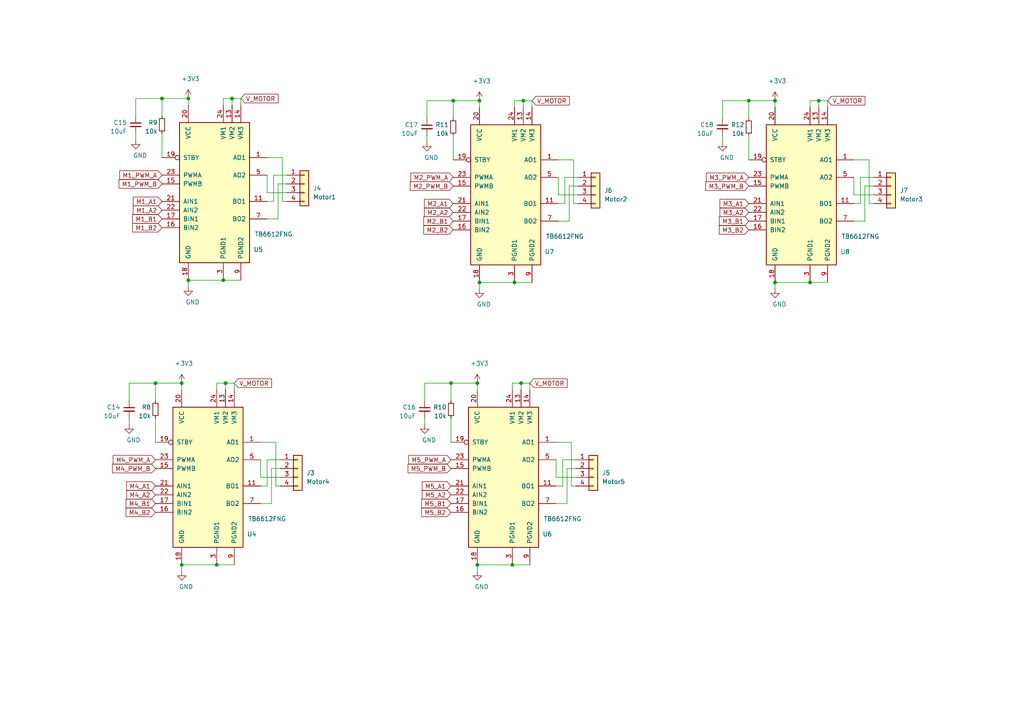
<source format=kicad_sch>
(kicad_sch (version 20210123) (generator eeschema)
  (paper "A4")
  (title_block (title "Bass-Assist Main Board") (date "2021-03-04") (rev "1.1"))
  (lib_symbols
    (symbol "Connector_Generic:Conn_01x04" (pin_names (offset 1.016) hide)
      (property "Reference" "J" (at 0 5.08 0))
      (property "Value" "Conn_01x04" (at 0 -7.62 0))
      (symbol "Conn_01x04_1_1"
        (rectangle (start -1.27 -4.953) (end 0 -5.207) (stroke (width 0.1524)))
        (rectangle (start -1.27 -2.413) (end 0 -2.667) (stroke (width 0.1524)))
        (rectangle (start -1.27 2.667) (end 0 2.413) (stroke (width 0.1524)))
        (rectangle (start -1.27 3.81) (end 1.27 -6.35) (stroke (width 0.254)) (fill (type background)))
        (rectangle (start -1.27 0.127) (end 0 -0.127) (stroke (width 0.1524)))
        (pin passive line (at -5.08 2.54 0) (length 3.81) (name "Pin_1") (number "1"))
        (pin passive line (at -5.08 0 0) (length 3.81) (name "Pin_2") (number "2"))
        (pin passive line (at -5.08 -2.54 0) (length 3.81) (name "Pin_3") (number "3"))
        (pin passive line (at -5.08 -5.08 0) (length 3.81) (name "Pin_4") (number "4"))
      )
    )
    (symbol "Device:C_Small" (pin_numbers hide) (pin_names (offset 0.254) hide)
      (property "Reference" "C" (at 0.254 1.778 0))
      (property "Value" "C_Small" (at 0.254 -2.032 0))
      (symbol "C_Small_0_1"
        (polyline (pts (xy -1.524 -0.508) (xy 1.524 -0.508)) (stroke (width 0.3302)))
        (polyline (pts (xy -1.524 0.508) (xy 1.524 0.508)) (stroke (width 0.3048)))
      )
      (symbol "C_Small_1_1"
        (pin passive line (at 0 2.54 270) (length 2.032) (name "~") (number "1"))
        (pin passive line (at 0 -2.54 90) (length 2.032) (name "~") (number "2"))
      )
    )
    (symbol "Device:R_Small" (pin_numbers hide) (pin_names (offset 0.254) hide)
      (property "Reference" "R" (at 0.762 0.508 0))
      (property "Value" "R_Small" (at 0.762 -1.016 0))
      (symbol "R_Small_0_1"
        (rectangle (start -0.762 1.778) (end 0.762 -1.778) (stroke (width 0.2032)))
      )
      (symbol "R_Small_1_1"
        (pin passive line (at 0 2.54 270) (length 0.762) (name "~") (number "1"))
        (pin passive line (at 0 -2.54 90) (length 0.762) (name "~") (number "2"))
      )
    )
    (symbol "Driver_Motor:TB6612FNG" (pin_names (offset 1.016))
      (property "Reference" "U" (at 11.43 17.78 0))
      (property "Value" "TB6612FNG" (at 11.43 15.24 0))
      (symbol "TB6612FNG_0_1"
        (rectangle (start -10.16 20.32) (end 10.16 -20.32) (stroke (width 0.254)) (fill (type background)))
      )
      (symbol "TB6612FNG_1_1"
        (pin output line (at 15.24 10.16 180) (length 5.08) (name "AO1") (number "1"))
        (pin passive line (at 7.62 -25.4 90) (length 5.08) hide (name "PGND2") (number "10"))
        (pin output line (at 15.24 -2.54 180) (length 5.08) (name "BO1") (number "11"))
        (pin passive line (at 15.24 -2.54 180) (length 5.08) hide (name "BO1") (number "12"))
        (pin power_in line (at 5.08 25.4 270) (length 5.08) (name "VM2") (number "13"))
        (pin power_in line (at 7.62 25.4 270) (length 5.08) (name "VM3") (number "14"))
        (pin input line (at -15.24 2.54 0) (length 5.08) (name "PWMB") (number "15"))
        (pin input line (at -15.24 -10.16 0) (length 5.08) (name "BIN2") (number "16"))
        (pin input line (at -15.24 -7.62 0) (length 5.08) (name "BIN1") (number "17"))
        (pin power_in line (at -7.62 -25.4 90) (length 5.08) (name "GND") (number "18"))
        (pin input inverted (at -15.24 10.16 0) (length 5.08) (name "STBY") (number "19"))
        (pin passive line (at 15.24 10.16 180) (length 5.08) hide (name "AO1") (number "2"))
        (pin power_in line (at -7.62 25.4 270) (length 5.08) (name "VCC") (number "20"))
        (pin input line (at -15.24 -2.54 0) (length 5.08) (name "AIN1") (number "21"))
        (pin input line (at -15.24 -5.08 0) (length 5.08) (name "AIN2") (number "22"))
        (pin input line (at -15.24 5.08 0) (length 5.08) (name "PWMA") (number "23"))
        (pin power_in line (at 2.54 25.4 270) (length 5.08) (name "VM1") (number "24"))
        (pin power_in line (at 2.54 -25.4 90) (length 5.08) (name "PGND1") (number "3"))
        (pin passive line (at 2.54 -25.4 90) (length 5.08) hide (name "PGND1") (number "4"))
        (pin output line (at 15.24 5.08 180) (length 5.08) (name "AO2") (number "5"))
        (pin passive line (at 15.24 5.08 180) (length 5.08) hide (name "AO2") (number "6"))
        (pin output line (at 15.24 -7.62 180) (length 5.08) (name "BO2") (number "7"))
        (pin passive line (at 15.24 -7.62 180) (length 5.08) hide (name "BO2") (number "8"))
        (pin power_in line (at 7.62 -25.4 90) (length 5.08) (name "PGND2") (number "9"))
      )
    )
    (symbol "power:+3.3V" (power) (pin_names (offset 0))
      (property "Value" "+3.3V" (at 0 3.556 0))
      (symbol "+3.3V_0_1"
        (polyline (pts (xy -0.762 1.27) (xy 0 2.54)))
        (polyline (pts (xy 0 0) (xy 0 2.54)))
        (polyline (pts (xy 0 2.54) (xy 0.762 1.27)))
      )
      (symbol "+3.3V_1_1"
        (pin power_in line (at 0 0 90) (length 0) hide (name "+3V3") (number "1"))
      )
    )
    (symbol "power:GND" (power) (pin_names (offset 0))
      (property "Value" "GND" (at 0 -3.81 0))
      (symbol "GND_0_1"
        (polyline (pts (xy 0 0) (xy 0 -1.27) (xy 1.27 -1.27) (xy 0 -2.54) (xy -1.27 -1.27) (xy 0 -1.27)))
      )
      (symbol "GND_1_1"
        (pin power_in line (at 0 0 270) (length 0) hide (name "GND") (number "1"))
      )
    )
  )
  (junction (at 45.085 111.125) (diameter 0.9144))
  (junction (at 46.99 28.575) (diameter 0.9144))
  (junction (at 52.705 111.125) (diameter 0.9144))
  (junction (at 52.705 163.83) (diameter 0.9144))
  (junction (at 54.61 28.575) (diameter 0.9144))
  (junction (at 54.61 81.28) (diameter 0.9144))
  (junction (at 62.865 163.83) (diameter 0.9144))
  (junction (at 64.77 81.28) (diameter 0.9144))
  (junction (at 65.405 111.125) (diameter 0.9144))
  (junction (at 67.31 28.575) (diameter 0.9144))
  (junction (at 130.81 111.125) (diameter 0.9144))
  (junction (at 131.445 29.21) (diameter 0.9144))
  (junction (at 138.43 111.125) (diameter 0.9144))
  (junction (at 138.43 163.83) (diameter 0.9144))
  (junction (at 139.065 29.21) (diameter 0.9144))
  (junction (at 139.065 81.915) (diameter 0.9144))
  (junction (at 148.59 163.83) (diameter 0.9144))
  (junction (at 149.225 81.915) (diameter 0.9144))
  (junction (at 151.13 111.125) (diameter 0.9144))
  (junction (at 151.765 29.21) (diameter 0.9144))
  (junction (at 217.17 29.21) (diameter 0.9144))
  (junction (at 224.79 29.21) (diameter 0.9144))
  (junction (at 224.79 81.915) (diameter 0.9144))
  (junction (at 234.95 81.915) (diameter 0.9144))
  (junction (at 237.49 29.21) (diameter 0.9144))
  (wire (pts (xy 37.465 111.125) (xy 37.465 116.205)))
  (wire (pts (xy 37.465 121.285) (xy 37.465 123.19)))
  (wire (pts (xy 39.37 28.575) (xy 39.37 33.655)))
  (wire (pts (xy 39.37 38.735) (xy 39.37 40.64)))
  (wire (pts (xy 45.085 111.125) (xy 37.465 111.125)))
  (wire (pts (xy 45.085 111.125) (xy 45.085 116.205)))
  (wire (pts (xy 45.085 121.285) (xy 45.085 128.27)))
  (wire (pts (xy 46.99 28.575) (xy 39.37 28.575)))
  (wire (pts (xy 46.99 28.575) (xy 46.99 33.655)))
  (wire (pts (xy 46.99 38.735) (xy 46.99 45.72)))
  (wire (pts (xy 52.705 111.125) (xy 45.085 111.125)))
  (wire (pts (xy 52.705 111.125) (xy 52.705 113.03)))
  (wire (pts (xy 52.705 163.83) (xy 52.705 165.735)))
  (wire (pts (xy 52.705 163.83) (xy 62.865 163.83)))
  (wire (pts (xy 54.61 28.575) (xy 46.99 28.575)))
  (wire (pts (xy 54.61 28.575) (xy 54.61 30.48)))
  (wire (pts (xy 54.61 81.28) (xy 54.61 83.185)))
  (wire (pts (xy 54.61 81.28) (xy 64.77 81.28)))
  (wire (pts (xy 62.865 111.125) (xy 65.405 111.125)))
  (wire (pts (xy 62.865 113.03) (xy 62.865 111.125)))
  (wire (pts (xy 62.865 163.83) (xy 67.945 163.83)))
  (wire (pts (xy 64.77 28.575) (xy 67.31 28.575)))
  (wire (pts (xy 64.77 30.48) (xy 64.77 28.575)))
  (wire (pts (xy 64.77 81.28) (xy 69.85 81.28)))
  (wire (pts (xy 65.405 111.125) (xy 67.945 111.125)))
  (wire (pts (xy 65.405 113.03) (xy 65.405 111.125)))
  (wire (pts (xy 67.31 28.575) (xy 69.85 28.575)))
  (wire (pts (xy 67.31 30.48) (xy 67.31 28.575)))
  (wire (pts (xy 67.945 111.125) (xy 67.945 113.03)))
  (wire (pts (xy 69.85 28.575) (xy 69.85 30.48)))
  (wire (pts (xy 75.565 133.35) (xy 75.565 138.43)))
  (wire (pts (xy 75.565 140.97) (xy 77.47 140.97)))
  (wire (pts (xy 75.565 146.05) (xy 78.74 146.05)))
  (wire (pts (xy 77.47 50.8) (xy 77.47 55.88)))
  (wire (pts (xy 77.47 58.42) (xy 79.375 58.42)))
  (wire (pts (xy 77.47 63.5) (xy 80.645 63.5)))
  (wire (pts (xy 77.47 133.35) (xy 81.28 133.35)))
  (wire (pts (xy 77.47 140.97) (xy 77.47 133.35)))
  (wire (pts (xy 78.74 135.89) (xy 81.28 135.89)))
  (wire (pts (xy 78.74 146.05) (xy 78.74 135.89)))
  (wire (pts (xy 79.375 50.8) (xy 83.185 50.8)))
  (wire (pts (xy 79.375 58.42) (xy 79.375 50.8)))
  (wire (pts (xy 80.01 128.27) (xy 75.565 128.27)))
  (wire (pts (xy 80.01 140.97) (xy 80.01 128.27)))
  (wire (pts (xy 80.645 53.34) (xy 83.185 53.34)))
  (wire (pts (xy 80.645 63.5) (xy 80.645 53.34)))
  (wire (pts (xy 81.28 138.43) (xy 75.565 138.43)))
  (wire (pts (xy 81.28 140.97) (xy 80.01 140.97)))
  (wire (pts (xy 81.915 45.72) (xy 77.47 45.72)))
  (wire (pts (xy 81.915 58.42) (xy 81.915 45.72)))
  (wire (pts (xy 83.185 55.88) (xy 77.47 55.88)))
  (wire (pts (xy 83.185 58.42) (xy 81.915 58.42)))
  (wire (pts (xy 123.19 111.125) (xy 123.19 116.205)))
  (wire (pts (xy 123.19 121.285) (xy 123.19 123.19)))
  (wire (pts (xy 123.825 29.21) (xy 123.825 34.29)))
  (wire (pts (xy 123.825 39.37) (xy 123.825 41.275)))
  (wire (pts (xy 130.81 111.125) (xy 123.19 111.125)))
  (wire (pts (xy 130.81 111.125) (xy 130.81 116.205)))
  (wire (pts (xy 130.81 121.285) (xy 130.81 128.27)))
  (wire (pts (xy 131.445 29.21) (xy 123.825 29.21)))
  (wire (pts (xy 131.445 29.21) (xy 131.445 34.29)))
  (wire (pts (xy 131.445 39.37) (xy 131.445 46.355)))
  (wire (pts (xy 138.43 111.125) (xy 130.81 111.125)))
  (wire (pts (xy 138.43 111.125) (xy 138.43 113.03)))
  (wire (pts (xy 138.43 163.83) (xy 138.43 165.735)))
  (wire (pts (xy 138.43 163.83) (xy 148.59 163.83)))
  (wire (pts (xy 139.065 29.21) (xy 131.445 29.21)))
  (wire (pts (xy 139.065 29.21) (xy 139.065 31.115)))
  (wire (pts (xy 139.065 81.915) (xy 139.065 83.82)))
  (wire (pts (xy 139.065 81.915) (xy 149.225 81.915)))
  (wire (pts (xy 148.59 111.125) (xy 151.13 111.125)))
  (wire (pts (xy 148.59 113.03) (xy 148.59 111.125)))
  (wire (pts (xy 148.59 163.83) (xy 153.67 163.83)))
  (wire (pts (xy 149.225 29.21) (xy 151.765 29.21)))
  (wire (pts (xy 149.225 31.115) (xy 149.225 29.21)))
  (wire (pts (xy 149.225 81.915) (xy 154.305 81.915)))
  (wire (pts (xy 151.13 111.125) (xy 153.67 111.125)))
  (wire (pts (xy 151.13 113.03) (xy 151.13 111.125)))
  (wire (pts (xy 151.765 29.21) (xy 154.305 29.21)))
  (wire (pts (xy 151.765 31.115) (xy 151.765 29.21)))
  (wire (pts (xy 153.67 111.125) (xy 153.67 113.03)))
  (wire (pts (xy 154.305 29.21) (xy 154.305 31.115)))
  (wire (pts (xy 161.29 133.35) (xy 161.29 138.43)))
  (wire (pts (xy 161.29 140.97) (xy 163.195 140.97)))
  (wire (pts (xy 161.29 146.05) (xy 164.465 146.05)))
  (wire (pts (xy 161.925 51.435) (xy 161.925 56.515)))
  (wire (pts (xy 161.925 56.515) (xy 167.64 56.515)))
  (wire (pts (xy 161.925 59.055) (xy 163.83 59.055)))
  (wire (pts (xy 161.925 64.135) (xy 165.1 64.135)))
  (wire (pts (xy 163.195 133.35) (xy 167.005 133.35)))
  (wire (pts (xy 163.195 140.97) (xy 163.195 133.35)))
  (wire (pts (xy 163.83 51.435) (xy 167.64 51.435)))
  (wire (pts (xy 163.83 59.055) (xy 163.83 51.435)))
  (wire (pts (xy 164.465 135.89) (xy 167.005 135.89)))
  (wire (pts (xy 164.465 146.05) (xy 164.465 135.89)))
  (wire (pts (xy 165.1 53.975) (xy 165.1 64.135)))
  (wire (pts (xy 165.1 53.975) (xy 167.64 53.975)))
  (wire (pts (xy 165.735 128.27) (xy 161.29 128.27)))
  (wire (pts (xy 165.735 140.97) (xy 165.735 128.27)))
  (wire (pts (xy 166.37 46.355) (xy 161.925 46.355)))
  (wire (pts (xy 166.37 59.055) (xy 166.37 46.355)))
  (wire (pts (xy 167.005 138.43) (xy 161.29 138.43)))
  (wire (pts (xy 167.005 140.97) (xy 165.735 140.97)))
  (wire (pts (xy 167.64 59.055) (xy 166.37 59.055)))
  (wire (pts (xy 209.55 29.21) (xy 209.55 34.29)))
  (wire (pts (xy 209.55 39.37) (xy 209.55 41.275)))
  (wire (pts (xy 217.17 29.21) (xy 209.55 29.21)))
  (wire (pts (xy 217.17 29.21) (xy 217.17 34.29)))
  (wire (pts (xy 217.17 39.37) (xy 217.17 46.355)))
  (wire (pts (xy 224.79 29.21) (xy 217.17 29.21)))
  (wire (pts (xy 224.79 29.21) (xy 224.79 31.115)))
  (wire (pts (xy 224.79 81.915) (xy 224.79 83.82)))
  (wire (pts (xy 224.79 81.915) (xy 234.95 81.915)))
  (wire (pts (xy 234.95 29.21) (xy 237.49 29.21)))
  (wire (pts (xy 234.95 31.115) (xy 234.95 29.21)))
  (wire (pts (xy 234.95 81.915) (xy 240.03 81.915)))
  (wire (pts (xy 237.49 29.21) (xy 240.03 29.21)))
  (wire (pts (xy 237.49 31.115) (xy 237.49 29.21)))
  (wire (pts (xy 240.03 29.21) (xy 240.03 31.115)))
  (wire (pts (xy 247.65 51.435) (xy 247.65 56.515)))
  (wire (pts (xy 247.65 56.515) (xy 253.365 56.515)))
  (wire (pts (xy 247.65 59.055) (xy 249.555 59.055)))
  (wire (pts (xy 247.65 64.135) (xy 250.825 64.135)))
  (wire (pts (xy 249.555 51.435) (xy 253.365 51.435)))
  (wire (pts (xy 249.555 59.055) (xy 249.555 51.435)))
  (wire (pts (xy 250.825 53.975) (xy 250.825 64.135)))
  (wire (pts (xy 250.825 53.975) (xy 253.365 53.975)))
  (wire (pts (xy 252.095 46.355) (xy 247.65 46.355)))
  (wire (pts (xy 252.095 59.055) (xy 252.095 46.355)))
  (wire (pts (xy 253.365 59.055) (xy 252.095 59.055)))
  (global_label "M4_PWM_A" (shape input) (at 45.085 133.35 180) (property "Intersheet References" "${INTERSHEET_REFS}" (effects hide)))
  (global_label "M4_PWM_B" (shape input) (at 45.085 135.89 180) (property "Intersheet References" "${INTERSHEET_REFS}" (effects hide)))
  (global_label "M4_A1" (shape input) (at 45.085 140.97 180) (property "Intersheet References" "${INTERSHEET_REFS}" (effects hide)))
  (global_label "M4_A2" (shape input) (at 45.085 143.51 180) (property "Intersheet References" "${INTERSHEET_REFS}" (effects hide)))
  (global_label "M4_B1" (shape input) (at 45.085 146.05 180) (property "Intersheet References" "${INTERSHEET_REFS}" (effects hide)))
  (global_label "M4_B2" (shape input) (at 45.085 148.59 180) (property "Intersheet References" "${INTERSHEET_REFS}" (effects hide)))
  (global_label "M1_PWM_A" (shape input) (at 46.99 50.8 180) (property "Intersheet References" "${INTERSHEET_REFS}" (effects hide)))
  (global_label "M1_PWM_B" (shape input) (at 46.99 53.34 180) (property "Intersheet References" "${INTERSHEET_REFS}" (effects hide)))
  (global_label "M1_A1" (shape input) (at 46.99 58.42 180) (property "Intersheet References" "${INTERSHEET_REFS}" (effects hide)))
  (global_label "M1_A2" (shape input) (at 46.99 60.96 180) (property "Intersheet References" "${INTERSHEET_REFS}" (effects hide)))
  (global_label "M1_B1" (shape input) (at 46.99 63.5 180) (property "Intersheet References" "${INTERSHEET_REFS}" (effects hide)))
  (global_label "M1_B2" (shape input) (at 46.99 66.04 180) (property "Intersheet References" "${INTERSHEET_REFS}" (effects hide)))
  (global_label "V_MOTOR" (shape input) (at 67.945 111.125 0) (property "Intersheet References" "${INTERSHEET_REFS}" (effects hide)))
  (global_label "V_MOTOR" (shape input) (at 69.85 28.575 0) (property "Intersheet References" "${INTERSHEET_REFS}" (effects hide)))
  (global_label "M5_PWM_A" (shape input) (at 130.81 133.35 180) (property "Intersheet References" "${INTERSHEET_REFS}" (effects hide)))
  (global_label "M5_PWM_B" (shape input) (at 130.81 135.89 180) (property "Intersheet References" "${INTERSHEET_REFS}" (effects hide)))
  (global_label "M5_A1" (shape input) (at 130.81 140.97 180) (property "Intersheet References" "${INTERSHEET_REFS}" (effects hide)))
  (global_label "M5_A2" (shape input) (at 130.81 143.51 180) (property "Intersheet References" "${INTERSHEET_REFS}" (effects hide)))
  (global_label "M5_B1" (shape input) (at 130.81 146.05 180) (property "Intersheet References" "${INTERSHEET_REFS}" (effects hide)))
  (global_label "M5_B2" (shape input) (at 130.81 148.59 180) (property "Intersheet References" "${INTERSHEET_REFS}" (effects hide)))
  (global_label "M2_PWM_A" (shape input) (at 131.445 51.435 180) (property "Intersheet References" "${INTERSHEET_REFS}" (effects hide)))
  (global_label "M2_PWM_B" (shape input) (at 131.445 53.975 180) (property "Intersheet References" "${INTERSHEET_REFS}" (effects hide)))
  (global_label "M2_A1" (shape input) (at 131.445 59.055 180) (property "Intersheet References" "${INTERSHEET_REFS}" (effects hide)))
  (global_label "M2_A2" (shape input) (at 131.445 61.595 180) (property "Intersheet References" "${INTERSHEET_REFS}" (effects hide)))
  (global_label "M2_B1" (shape input) (at 131.445 64.135 180) (property "Intersheet References" "${INTERSHEET_REFS}" (effects hide)))
  (global_label "M2_B2" (shape input) (at 131.445 66.675 180) (property "Intersheet References" "${INTERSHEET_REFS}" (effects hide)))
  (global_label "V_MOTOR" (shape input) (at 153.67 111.125 0) (property "Intersheet References" "${INTERSHEET_REFS}" (effects hide)))
  (global_label "V_MOTOR" (shape input) (at 154.305 29.21 0) (property "Intersheet References" "${INTERSHEET_REFS}" (effects hide)))
  (global_label "M3_PWM_A" (shape input) (at 217.17 51.435 180) (property "Intersheet References" "${INTERSHEET_REFS}" (effects hide)))
  (global_label "M3_PWM_B" (shape input) (at 217.17 53.975 180) (property "Intersheet References" "${INTERSHEET_REFS}" (effects hide)))
  (global_label "M3_A1" (shape input) (at 217.17 59.055 180) (property "Intersheet References" "${INTERSHEET_REFS}" (effects hide)))
  (global_label "M3_A2" (shape input) (at 217.17 61.595 180) (property "Intersheet References" "${INTERSHEET_REFS}" (effects hide)))
  (global_label "M3_B1" (shape input) (at 217.17 64.135 180) (property "Intersheet References" "${INTERSHEET_REFS}" (effects hide)))
  (global_label "M3_B2" (shape input) (at 217.17 66.675 180) (property "Intersheet References" "${INTERSHEET_REFS}" (effects hide)))
  (global_label "V_MOTOR" (shape input) (at 240.03 29.21 0) (property "Intersheet References" "${INTERSHEET_REFS}" (effects hide)))
  (symbol (lib_id "power:+3.3V") (at 52.705 111.125 0) (unit 1)
    (property "Reference" "#PWR0123" (effects hide))
    (property "Value" "+3.3V" (at 53.34 105.41 0))
  )
  (symbol (lib_id "power:+3.3V") (at 54.61 28.575 0) (unit 1)
    (property "Reference" "#PWR0119" (effects hide))
    (property "Value" "+3.3V" (at 55.245 22.86 0))
  )
  (symbol (lib_id "power:+3.3V") (at 138.43 111.125 0) (unit 1)
    (property "Reference" "#PWR0126" (effects hide))
    (property "Value" "+3.3V" (at 139.065 105.41 0))
  )
  (symbol (lib_id "power:+3.3V") (at 139.065 29.21 0) (unit 1)
    (property "Reference" "#PWR0120" (effects hide))
    (property "Value" "+3.3V" (at 139.7 23.495 0))
  )
  (symbol (lib_id "power:+3.3V") (at 224.79 29.21 0) (unit 1)
    (property "Reference" "#PWR0117" (effects hide))
    (property "Value" "+3.3V" (at 225.425 23.495 0))
  )
  (symbol (lib_id "power:GND") (at 37.465 123.19 0) (unit 1)
    (property "Reference" "#PWR0127" (effects hide))
    (property "Value" "GND" (at 38.735 127.635 0))
  )
  (symbol (lib_id "power:GND") (at 39.37 40.64 0) (unit 1)
    (property "Reference" "#PWR0118" (effects hide))
    (property "Value" "GND" (at 40.64 45.085 0))
  )
  (symbol (lib_id "power:GND") (at 52.705 165.735 0) (unit 1)
    (property "Reference" "#PWR0128" (effects hide))
    (property "Value" "GND" (at 53.975 170.18 0))
  )
  (symbol (lib_id "power:GND") (at 54.61 83.185 0) (unit 1)
    (property "Reference" "#PWR0122" (effects hide))
    (property "Value" "GND" (at 55.88 87.63 0))
  )
  (symbol (lib_id "power:GND") (at 123.19 123.19 0) (unit 1)
    (property "Reference" "#PWR0129" (effects hide))
    (property "Value" "GND" (at 124.46 127.635 0))
  )
  (symbol (lib_id "power:GND") (at 123.825 41.275 0) (unit 1)
    (property "Reference" "#PWR0121" (effects hide))
    (property "Value" "GND" (at 125.095 45.72 0))
  )
  (symbol (lib_id "power:GND") (at 138.43 165.735 0) (unit 1)
    (property "Reference" "#PWR0130" (effects hide))
    (property "Value" "GND" (at 139.7 170.18 0))
  )
  (symbol (lib_id "power:GND") (at 139.065 83.82 0) (unit 1)
    (property "Reference" "#PWR0125" (effects hide))
    (property "Value" "GND" (at 140.335 88.265 0))
  )
  (symbol (lib_id "power:GND") (at 209.55 41.275 0) (unit 1)
    (property "Reference" "#PWR0116" (effects hide))
    (property "Value" "GND" (at 210.82 45.72 0))
  )
  (symbol (lib_id "power:GND") (at 224.79 83.82 0) (unit 1)
    (property "Reference" "#PWR0124" (effects hide))
    (property "Value" "GND" (at 226.06 88.265 0))
  )
  (symbol (lib_id "Device:R_Small") (at 45.085 118.745 0) (mirror y) (unit 1)
    (property "Reference" "R8" (at 43.815 118.11 0) (effects (justify left)))
    (property "Value" "10k" (at 43.815 120.65 0) (effects (justify left)))
    (property "Footprint" "Resistor_SMD:R_0402_1005Metric_Pad0.72x0.64mm_HandSolder" (effects hide))
  )
  (symbol (lib_id "Device:R_Small") (at 46.99 36.195 0) (mirror y) (unit 1)
    (property "Reference" "R9" (at 45.72 35.56 0) (effects (justify left)))
    (property "Value" "10k" (at 45.72 38.1 0) (effects (justify left)))
    (property "Footprint" "Resistor_SMD:R_0402_1005Metric_Pad0.72x0.64mm_HandSolder" (effects hide))
  )
  (symbol (lib_id "Device:R_Small") (at 130.81 118.745 0) (mirror y) (unit 1)
    (property "Reference" "R10" (at 129.54 118.11 0) (effects (justify left)))
    (property "Value" "10k" (at 129.54 120.65 0) (effects (justify left)))
    (property "Footprint" "Resistor_SMD:R_0402_1005Metric_Pad0.72x0.64mm_HandSolder" (effects hide))
  )
  (symbol (lib_id "Device:R_Small") (at 131.445 36.83 0) (mirror y) (unit 1)
    (property "Reference" "R11" (at 130.175 36.195 0) (effects (justify left)))
    (property "Value" "10k" (at 130.175 38.735 0) (effects (justify left)))
    (property "Footprint" "Resistor_SMD:R_0402_1005Metric_Pad0.72x0.64mm_HandSolder" (effects hide))
  )
  (symbol (lib_id "Device:R_Small") (at 217.17 36.83 0) (mirror y) (unit 1)
    (property "Reference" "R12" (at 215.9 36.195 0) (effects (justify left)))
    (property "Value" "10k" (at 215.9 38.735 0) (effects (justify left)))
    (property "Footprint" "Resistor_SMD:R_0402_1005Metric_Pad0.72x0.64mm_HandSolder" (effects hide))
  )
  (symbol (lib_id "Device:C_Small") (at 37.465 118.745 0) (mirror y) (unit 1)
    (property "Reference" "C14" (at 34.925 118.11 0) (effects (justify left)))
    (property "Value" "10uF" (at 34.925 120.65 0) (effects (justify left)))
    (property "Footprint" "Capacitor_SMD:C_0402_1005Metric_Pad0.74x0.62mm_HandSolder" (effects hide))
  )
  (symbol (lib_id "Device:C_Small") (at 39.37 36.195 0) (mirror y) (unit 1)
    (property "Reference" "C15" (at 36.83 35.56 0) (effects (justify left)))
    (property "Value" "10uF" (at 36.83 38.1 0) (effects (justify left)))
    (property "Footprint" "Capacitor_SMD:C_0402_1005Metric_Pad0.74x0.62mm_HandSolder" (effects hide))
  )
  (symbol (lib_id "Device:C_Small") (at 123.19 118.745 0) (mirror y) (unit 1)
    (property "Reference" "C16" (at 120.65 118.11 0) (effects (justify left)))
    (property "Value" "10uF" (at 120.65 120.65 0) (effects (justify left)))
    (property "Footprint" "Capacitor_SMD:C_0402_1005Metric_Pad0.74x0.62mm_HandSolder" (effects hide))
  )
  (symbol (lib_id "Device:C_Small") (at 123.825 36.83 0) (mirror y) (unit 1)
    (property "Reference" "C17" (at 121.285 36.195 0) (effects (justify left)))
    (property "Value" "10uF" (at 121.285 38.735 0) (effects (justify left)))
    (property "Footprint" "Capacitor_SMD:C_0402_1005Metric_Pad0.74x0.62mm_HandSolder" (effects hide))
  )
  (symbol (lib_id "Device:C_Small") (at 209.55 36.83 0) (mirror y) (unit 1)
    (property "Reference" "C18" (at 207.01 36.195 0) (effects (justify left)))
    (property "Value" "10uF" (at 207.01 38.735 0) (effects (justify left)))
    (property "Footprint" "Capacitor_SMD:C_0402_1005Metric_Pad0.74x0.62mm_HandSolder" (effects hide))
  )
  (symbol (lib_id "Connector_Generic:Conn_01x04") (at 86.36 135.89 0) (unit 1)
    (property "Reference" "J3" (at 88.9 137.16 0) (effects (justify left)))
    (property "Value" "Motor4" (at 88.9 139.7 0) (effects (justify left)))
    (property "Footprint" "Connector_Molex:Molex_KK-254_AE-6410-04A_1x04_P2.54mm_Vertical" (effects hide))
  )
  (symbol (lib_id "Connector_Generic:Conn_01x04") (at 88.265 53.34 0) (unit 1)
    (property "Reference" "J4" (at 90.805 54.61 0) (effects (justify left)))
    (property "Value" "Motor1" (at 90.805 57.15 0) (effects (justify left)))
    (property "Footprint" "Connector_Molex:Molex_KK-254_AE-6410-04A_1x04_P2.54mm_Vertical" (effects hide))
  )
  (symbol (lib_id "Connector_Generic:Conn_01x04") (at 172.085 135.89 0) (unit 1)
    (property "Reference" "J5" (at 174.625 137.16 0) (effects (justify left)))
    (property "Value" "Motor5" (at 174.625 139.7 0) (effects (justify left)))
    (property "Footprint" "Connector_Molex:Molex_KK-254_AE-6410-04A_1x04_P2.54mm_Vertical" (effects hide))
  )
  (symbol (lib_id "Connector_Generic:Conn_01x04") (at 172.72 53.975 0) (unit 1)
    (property "Reference" "J6" (at 175.26 55.245 0) (effects (justify left)))
    (property "Value" "Motor2" (at 175.26 57.785 0) (effects (justify left)))
    (property "Footprint" "Connector_Molex:Molex_KK-254_AE-6410-04A_1x04_P2.54mm_Vertical" (effects hide))
  )
  (symbol (lib_id "Connector_Generic:Conn_01x04") (at 258.445 53.975 0) (unit 1)
    (property "Reference" "J7" (at 260.985 55.245 0) (effects (justify left)))
    (property "Value" "Motor3" (at 260.985 57.785 0) (effects (justify left)))
    (property "Footprint" "Connector_Molex:Molex_KK-254_AE-6410-04A_1x04_P2.54mm_Vertical" (effects hide))
  )
  (symbol (lib_id "Driver_Motor:TB6612FNG") (at 60.325 138.43 0) (unit 1)
    (property "Reference" "U4" (at 73.025 154.94 0))
    (property "Value" "TB6612FNG" (at 77.47 150.495 0))
    (property "Footprint" "Package_SO:SSOP-24_5.3x8.2mm_P0.65mm" (effects hide))
    (property "Datasheet" "https://toshiba.semicon-storage.com/us/product/linear/motordriver/detail.TB6612FNG.html" (effects hide))
  )
  (symbol (lib_id "Driver_Motor:TB6612FNG") (at 62.23 55.88 0) (unit 1)
    (property "Reference" "U5" (at 74.93 72.39 0))
    (property "Value" "TB6612FNG" (at 79.375 67.945 0))
    (property "Footprint" "Package_SO:SSOP-24_5.3x8.2mm_P0.65mm" (effects hide))
    (property "Datasheet" "https://toshiba.semicon-storage.com/us/product/linear/motordriver/detail.TB6612FNG.html" (effects hide))
  )
  (symbol (lib_id "Driver_Motor:TB6612FNG") (at 146.05 138.43 0) (unit 1)
    (property "Reference" "U6" (at 158.75 154.94 0))
    (property "Value" "TB6612FNG" (at 163.195 150.495 0))
    (property "Footprint" "Package_SO:SSOP-24_5.3x8.2mm_P0.65mm" (effects hide))
    (property "Datasheet" "https://toshiba.semicon-storage.com/us/product/linear/motordriver/detail.TB6612FNG.html" (effects hide))
  )
  (symbol (lib_id "Driver_Motor:TB6612FNG") (at 146.685 56.515 0) (unit 1)
    (property "Reference" "U7" (at 159.385 73.025 0))
    (property "Value" "TB6612FNG" (at 163.83 68.58 0))
    (property "Footprint" "Package_SO:SSOP-24_5.3x8.2mm_P0.65mm" (effects hide))
    (property "Datasheet" "https://toshiba.semicon-storage.com/us/product/linear/motordriver/detail.TB6612FNG.html" (effects hide))
  )
  (symbol (lib_id "Driver_Motor:TB6612FNG") (at 232.41 56.515 0) (unit 1)
    (property "Reference" "U8" (at 245.11 73.025 0))
    (property "Value" "TB6612FNG" (at 249.555 68.58 0))
    (property "Footprint" "Package_SO:SSOP-24_5.3x8.2mm_P0.65mm" (effects hide))
    (property "Datasheet" "https://toshiba.semicon-storage.com/us/product/linear/motordriver/detail.TB6612FNG.html" (effects hide))
  )
)
</source>
